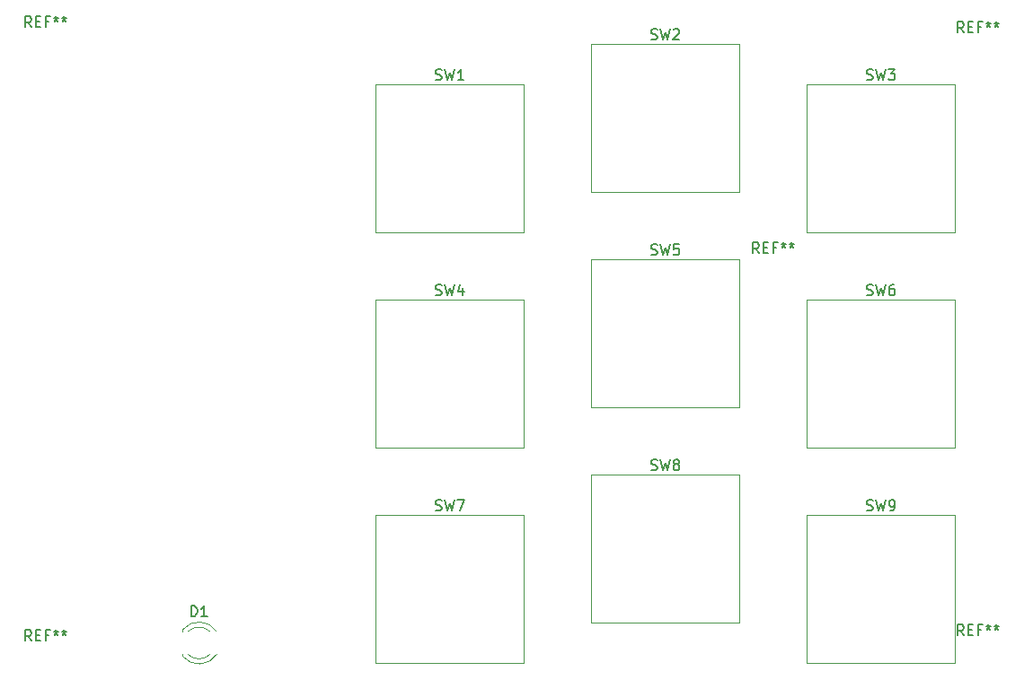
<source format=gbr>
%TF.GenerationSoftware,KiCad,Pcbnew,(5.1.12)-1*%
%TF.CreationDate,2021-12-08T14:13:04+05:30*%
%TF.ProjectId,macropad,6d616372-6f70-4616-942e-6b696361645f,rev?*%
%TF.SameCoordinates,Original*%
%TF.FileFunction,Legend,Top*%
%TF.FilePolarity,Positive*%
%FSLAX46Y46*%
G04 Gerber Fmt 4.6, Leading zero omitted, Abs format (unit mm)*
G04 Created by KiCad (PCBNEW (5.1.12)-1) date 2021-12-08 14:13:04*
%MOMM*%
%LPD*%
G01*
G04 APERTURE LIST*
%ADD10C,0.120000*%
%ADD11C,0.150000*%
G04 APERTURE END LIST*
D10*
%TO.C,D1*%
X81498000Y-112840000D02*
X81498000Y-112996000D01*
X81498000Y-110524000D02*
X81498000Y-110680000D01*
X84730335Y-110681392D02*
G75*
G03*
X81498000Y-110524484I-1672335J-1078608D01*
G01*
X84730335Y-112838608D02*
G75*
G02*
X81498000Y-112995516I-1672335J1078608D01*
G01*
X84099130Y-110680163D02*
G75*
G03*
X82017039Y-110680000I-1041130J-1079837D01*
G01*
X84099130Y-112839837D02*
G75*
G02*
X82017039Y-112840000I-1041130J1079837D01*
G01*
%TO.C,SW1*%
X99695000Y-73025000D02*
X99695000Y-59055000D01*
X113665000Y-73025000D02*
X99695000Y-73025000D01*
X113665000Y-59055000D02*
X113665000Y-73025000D01*
X99695000Y-59055000D02*
X113665000Y-59055000D01*
%TO.C,SW2*%
X120015000Y-55245000D02*
X133985000Y-55245000D01*
X133985000Y-55245000D02*
X133985000Y-69215000D01*
X133985000Y-69215000D02*
X120015000Y-69215000D01*
X120015000Y-69215000D02*
X120015000Y-55245000D01*
%TO.C,SW3*%
X140335000Y-73025000D02*
X140335000Y-59055000D01*
X154305000Y-73025000D02*
X140335000Y-73025000D01*
X154305000Y-59055000D02*
X154305000Y-73025000D01*
X140335000Y-59055000D02*
X154305000Y-59055000D01*
%TO.C,SW4*%
X99695000Y-79375000D02*
X113665000Y-79375000D01*
X113665000Y-79375000D02*
X113665000Y-93345000D01*
X113665000Y-93345000D02*
X99695000Y-93345000D01*
X99695000Y-93345000D02*
X99695000Y-79375000D01*
%TO.C,SW5*%
X120015000Y-89535000D02*
X120015000Y-75565000D01*
X133985000Y-89535000D02*
X120015000Y-89535000D01*
X133985000Y-75565000D02*
X133985000Y-89535000D01*
X120015000Y-75565000D02*
X133985000Y-75565000D01*
%TO.C,SW6*%
X140335000Y-79375000D02*
X154305000Y-79375000D01*
X154305000Y-79375000D02*
X154305000Y-93345000D01*
X154305000Y-93345000D02*
X140335000Y-93345000D01*
X140335000Y-93345000D02*
X140335000Y-79375000D01*
%TO.C,SW7*%
X99695000Y-113665000D02*
X99695000Y-99695000D01*
X113665000Y-113665000D02*
X99695000Y-113665000D01*
X113665000Y-99695000D02*
X113665000Y-113665000D01*
X99695000Y-99695000D02*
X113665000Y-99695000D01*
%TO.C,SW8*%
X120015000Y-95885000D02*
X133985000Y-95885000D01*
X133985000Y-95885000D02*
X133985000Y-109855000D01*
X133985000Y-109855000D02*
X120015000Y-109855000D01*
X120015000Y-109855000D02*
X120015000Y-95885000D01*
%TO.C,SW9*%
X140335000Y-113665000D02*
X140335000Y-99695000D01*
X154305000Y-113665000D02*
X140335000Y-113665000D01*
X154305000Y-99695000D02*
X154305000Y-113665000D01*
X140335000Y-99695000D02*
X154305000Y-99695000D01*
%TO.C,REF\u002A\u002A*%
D11*
X135826666Y-74976380D02*
X135493333Y-74500190D01*
X135255238Y-74976380D02*
X135255238Y-73976380D01*
X135636190Y-73976380D01*
X135731428Y-74024000D01*
X135779047Y-74071619D01*
X135826666Y-74166857D01*
X135826666Y-74309714D01*
X135779047Y-74404952D01*
X135731428Y-74452571D01*
X135636190Y-74500190D01*
X135255238Y-74500190D01*
X136255238Y-74452571D02*
X136588571Y-74452571D01*
X136731428Y-74976380D02*
X136255238Y-74976380D01*
X136255238Y-73976380D01*
X136731428Y-73976380D01*
X137493333Y-74452571D02*
X137160000Y-74452571D01*
X137160000Y-74976380D02*
X137160000Y-73976380D01*
X137636190Y-73976380D01*
X138160000Y-73976380D02*
X138160000Y-74214476D01*
X137921904Y-74119238D02*
X138160000Y-74214476D01*
X138398095Y-74119238D01*
X138017142Y-74404952D02*
X138160000Y-74214476D01*
X138302857Y-74404952D01*
X138921904Y-73976380D02*
X138921904Y-74214476D01*
X138683809Y-74119238D02*
X138921904Y-74214476D01*
X139160000Y-74119238D01*
X138779047Y-74404952D02*
X138921904Y-74214476D01*
X139064761Y-74404952D01*
X67246666Y-53640380D02*
X66913333Y-53164190D01*
X66675238Y-53640380D02*
X66675238Y-52640380D01*
X67056190Y-52640380D01*
X67151428Y-52688000D01*
X67199047Y-52735619D01*
X67246666Y-52830857D01*
X67246666Y-52973714D01*
X67199047Y-53068952D01*
X67151428Y-53116571D01*
X67056190Y-53164190D01*
X66675238Y-53164190D01*
X67675238Y-53116571D02*
X68008571Y-53116571D01*
X68151428Y-53640380D02*
X67675238Y-53640380D01*
X67675238Y-52640380D01*
X68151428Y-52640380D01*
X68913333Y-53116571D02*
X68580000Y-53116571D01*
X68580000Y-53640380D02*
X68580000Y-52640380D01*
X69056190Y-52640380D01*
X69580000Y-52640380D02*
X69580000Y-52878476D01*
X69341904Y-52783238D02*
X69580000Y-52878476D01*
X69818095Y-52783238D01*
X69437142Y-53068952D02*
X69580000Y-52878476D01*
X69722857Y-53068952D01*
X70341904Y-52640380D02*
X70341904Y-52878476D01*
X70103809Y-52783238D02*
X70341904Y-52878476D01*
X70580000Y-52783238D01*
X70199047Y-53068952D02*
X70341904Y-52878476D01*
X70484761Y-53068952D01*
X155130666Y-111044380D02*
X154797333Y-110568190D01*
X154559238Y-111044380D02*
X154559238Y-110044380D01*
X154940190Y-110044380D01*
X155035428Y-110092000D01*
X155083047Y-110139619D01*
X155130666Y-110234857D01*
X155130666Y-110377714D01*
X155083047Y-110472952D01*
X155035428Y-110520571D01*
X154940190Y-110568190D01*
X154559238Y-110568190D01*
X155559238Y-110520571D02*
X155892571Y-110520571D01*
X156035428Y-111044380D02*
X155559238Y-111044380D01*
X155559238Y-110044380D01*
X156035428Y-110044380D01*
X156797333Y-110520571D02*
X156464000Y-110520571D01*
X156464000Y-111044380D02*
X156464000Y-110044380D01*
X156940190Y-110044380D01*
X157464000Y-110044380D02*
X157464000Y-110282476D01*
X157225904Y-110187238D02*
X157464000Y-110282476D01*
X157702095Y-110187238D01*
X157321142Y-110472952D02*
X157464000Y-110282476D01*
X157606857Y-110472952D01*
X158225904Y-110044380D02*
X158225904Y-110282476D01*
X157987809Y-110187238D02*
X158225904Y-110282476D01*
X158464000Y-110187238D01*
X158083047Y-110472952D02*
X158225904Y-110282476D01*
X158368761Y-110472952D01*
X155130666Y-54148380D02*
X154797333Y-53672190D01*
X154559238Y-54148380D02*
X154559238Y-53148380D01*
X154940190Y-53148380D01*
X155035428Y-53196000D01*
X155083047Y-53243619D01*
X155130666Y-53338857D01*
X155130666Y-53481714D01*
X155083047Y-53576952D01*
X155035428Y-53624571D01*
X154940190Y-53672190D01*
X154559238Y-53672190D01*
X155559238Y-53624571D02*
X155892571Y-53624571D01*
X156035428Y-54148380D02*
X155559238Y-54148380D01*
X155559238Y-53148380D01*
X156035428Y-53148380D01*
X156797333Y-53624571D02*
X156464000Y-53624571D01*
X156464000Y-54148380D02*
X156464000Y-53148380D01*
X156940190Y-53148380D01*
X157464000Y-53148380D02*
X157464000Y-53386476D01*
X157225904Y-53291238D02*
X157464000Y-53386476D01*
X157702095Y-53291238D01*
X157321142Y-53576952D02*
X157464000Y-53386476D01*
X157606857Y-53576952D01*
X158225904Y-53148380D02*
X158225904Y-53386476D01*
X157987809Y-53291238D02*
X158225904Y-53386476D01*
X158464000Y-53291238D01*
X158083047Y-53576952D02*
X158225904Y-53386476D01*
X158368761Y-53576952D01*
X67246666Y-111552380D02*
X66913333Y-111076190D01*
X66675238Y-111552380D02*
X66675238Y-110552380D01*
X67056190Y-110552380D01*
X67151428Y-110600000D01*
X67199047Y-110647619D01*
X67246666Y-110742857D01*
X67246666Y-110885714D01*
X67199047Y-110980952D01*
X67151428Y-111028571D01*
X67056190Y-111076190D01*
X66675238Y-111076190D01*
X67675238Y-111028571D02*
X68008571Y-111028571D01*
X68151428Y-111552380D02*
X67675238Y-111552380D01*
X67675238Y-110552380D01*
X68151428Y-110552380D01*
X68913333Y-111028571D02*
X68580000Y-111028571D01*
X68580000Y-111552380D02*
X68580000Y-110552380D01*
X69056190Y-110552380D01*
X69580000Y-110552380D02*
X69580000Y-110790476D01*
X69341904Y-110695238D02*
X69580000Y-110790476D01*
X69818095Y-110695238D01*
X69437142Y-110980952D02*
X69580000Y-110790476D01*
X69722857Y-110980952D01*
X70341904Y-110552380D02*
X70341904Y-110790476D01*
X70103809Y-110695238D02*
X70341904Y-110790476D01*
X70580000Y-110695238D01*
X70199047Y-110980952D02*
X70341904Y-110790476D01*
X70484761Y-110980952D01*
%TO.C,D1*%
X82319904Y-109252380D02*
X82319904Y-108252380D01*
X82558000Y-108252380D01*
X82700857Y-108300000D01*
X82796095Y-108395238D01*
X82843714Y-108490476D01*
X82891333Y-108680952D01*
X82891333Y-108823809D01*
X82843714Y-109014285D01*
X82796095Y-109109523D01*
X82700857Y-109204761D01*
X82558000Y-109252380D01*
X82319904Y-109252380D01*
X83843714Y-109252380D02*
X83272285Y-109252380D01*
X83558000Y-109252380D02*
X83558000Y-108252380D01*
X83462761Y-108395238D01*
X83367523Y-108490476D01*
X83272285Y-108538095D01*
%TO.C,SW1*%
X105346666Y-58570761D02*
X105489523Y-58618380D01*
X105727619Y-58618380D01*
X105822857Y-58570761D01*
X105870476Y-58523142D01*
X105918095Y-58427904D01*
X105918095Y-58332666D01*
X105870476Y-58237428D01*
X105822857Y-58189809D01*
X105727619Y-58142190D01*
X105537142Y-58094571D01*
X105441904Y-58046952D01*
X105394285Y-57999333D01*
X105346666Y-57904095D01*
X105346666Y-57808857D01*
X105394285Y-57713619D01*
X105441904Y-57666000D01*
X105537142Y-57618380D01*
X105775238Y-57618380D01*
X105918095Y-57666000D01*
X106251428Y-57618380D02*
X106489523Y-58618380D01*
X106680000Y-57904095D01*
X106870476Y-58618380D01*
X107108571Y-57618380D01*
X108013333Y-58618380D02*
X107441904Y-58618380D01*
X107727619Y-58618380D02*
X107727619Y-57618380D01*
X107632380Y-57761238D01*
X107537142Y-57856476D01*
X107441904Y-57904095D01*
%TO.C,SW2*%
X125666666Y-54760761D02*
X125809523Y-54808380D01*
X126047619Y-54808380D01*
X126142857Y-54760761D01*
X126190476Y-54713142D01*
X126238095Y-54617904D01*
X126238095Y-54522666D01*
X126190476Y-54427428D01*
X126142857Y-54379809D01*
X126047619Y-54332190D01*
X125857142Y-54284571D01*
X125761904Y-54236952D01*
X125714285Y-54189333D01*
X125666666Y-54094095D01*
X125666666Y-53998857D01*
X125714285Y-53903619D01*
X125761904Y-53856000D01*
X125857142Y-53808380D01*
X126095238Y-53808380D01*
X126238095Y-53856000D01*
X126571428Y-53808380D02*
X126809523Y-54808380D01*
X127000000Y-54094095D01*
X127190476Y-54808380D01*
X127428571Y-53808380D01*
X127761904Y-53903619D02*
X127809523Y-53856000D01*
X127904761Y-53808380D01*
X128142857Y-53808380D01*
X128238095Y-53856000D01*
X128285714Y-53903619D01*
X128333333Y-53998857D01*
X128333333Y-54094095D01*
X128285714Y-54236952D01*
X127714285Y-54808380D01*
X128333333Y-54808380D01*
%TO.C,SW3*%
X145986666Y-58570761D02*
X146129523Y-58618380D01*
X146367619Y-58618380D01*
X146462857Y-58570761D01*
X146510476Y-58523142D01*
X146558095Y-58427904D01*
X146558095Y-58332666D01*
X146510476Y-58237428D01*
X146462857Y-58189809D01*
X146367619Y-58142190D01*
X146177142Y-58094571D01*
X146081904Y-58046952D01*
X146034285Y-57999333D01*
X145986666Y-57904095D01*
X145986666Y-57808857D01*
X146034285Y-57713619D01*
X146081904Y-57666000D01*
X146177142Y-57618380D01*
X146415238Y-57618380D01*
X146558095Y-57666000D01*
X146891428Y-57618380D02*
X147129523Y-58618380D01*
X147320000Y-57904095D01*
X147510476Y-58618380D01*
X147748571Y-57618380D01*
X148034285Y-57618380D02*
X148653333Y-57618380D01*
X148320000Y-57999333D01*
X148462857Y-57999333D01*
X148558095Y-58046952D01*
X148605714Y-58094571D01*
X148653333Y-58189809D01*
X148653333Y-58427904D01*
X148605714Y-58523142D01*
X148558095Y-58570761D01*
X148462857Y-58618380D01*
X148177142Y-58618380D01*
X148081904Y-58570761D01*
X148034285Y-58523142D01*
%TO.C,SW4*%
X105346666Y-78890761D02*
X105489523Y-78938380D01*
X105727619Y-78938380D01*
X105822857Y-78890761D01*
X105870476Y-78843142D01*
X105918095Y-78747904D01*
X105918095Y-78652666D01*
X105870476Y-78557428D01*
X105822857Y-78509809D01*
X105727619Y-78462190D01*
X105537142Y-78414571D01*
X105441904Y-78366952D01*
X105394285Y-78319333D01*
X105346666Y-78224095D01*
X105346666Y-78128857D01*
X105394285Y-78033619D01*
X105441904Y-77986000D01*
X105537142Y-77938380D01*
X105775238Y-77938380D01*
X105918095Y-77986000D01*
X106251428Y-77938380D02*
X106489523Y-78938380D01*
X106680000Y-78224095D01*
X106870476Y-78938380D01*
X107108571Y-77938380D01*
X107918095Y-78271714D02*
X107918095Y-78938380D01*
X107680000Y-77890761D02*
X107441904Y-78605047D01*
X108060952Y-78605047D01*
%TO.C,SW5*%
X125666666Y-75080761D02*
X125809523Y-75128380D01*
X126047619Y-75128380D01*
X126142857Y-75080761D01*
X126190476Y-75033142D01*
X126238095Y-74937904D01*
X126238095Y-74842666D01*
X126190476Y-74747428D01*
X126142857Y-74699809D01*
X126047619Y-74652190D01*
X125857142Y-74604571D01*
X125761904Y-74556952D01*
X125714285Y-74509333D01*
X125666666Y-74414095D01*
X125666666Y-74318857D01*
X125714285Y-74223619D01*
X125761904Y-74176000D01*
X125857142Y-74128380D01*
X126095238Y-74128380D01*
X126238095Y-74176000D01*
X126571428Y-74128380D02*
X126809523Y-75128380D01*
X127000000Y-74414095D01*
X127190476Y-75128380D01*
X127428571Y-74128380D01*
X128285714Y-74128380D02*
X127809523Y-74128380D01*
X127761904Y-74604571D01*
X127809523Y-74556952D01*
X127904761Y-74509333D01*
X128142857Y-74509333D01*
X128238095Y-74556952D01*
X128285714Y-74604571D01*
X128333333Y-74699809D01*
X128333333Y-74937904D01*
X128285714Y-75033142D01*
X128238095Y-75080761D01*
X128142857Y-75128380D01*
X127904761Y-75128380D01*
X127809523Y-75080761D01*
X127761904Y-75033142D01*
%TO.C,SW6*%
X145986666Y-78890761D02*
X146129523Y-78938380D01*
X146367619Y-78938380D01*
X146462857Y-78890761D01*
X146510476Y-78843142D01*
X146558095Y-78747904D01*
X146558095Y-78652666D01*
X146510476Y-78557428D01*
X146462857Y-78509809D01*
X146367619Y-78462190D01*
X146177142Y-78414571D01*
X146081904Y-78366952D01*
X146034285Y-78319333D01*
X145986666Y-78224095D01*
X145986666Y-78128857D01*
X146034285Y-78033619D01*
X146081904Y-77986000D01*
X146177142Y-77938380D01*
X146415238Y-77938380D01*
X146558095Y-77986000D01*
X146891428Y-77938380D02*
X147129523Y-78938380D01*
X147320000Y-78224095D01*
X147510476Y-78938380D01*
X147748571Y-77938380D01*
X148558095Y-77938380D02*
X148367619Y-77938380D01*
X148272380Y-77986000D01*
X148224761Y-78033619D01*
X148129523Y-78176476D01*
X148081904Y-78366952D01*
X148081904Y-78747904D01*
X148129523Y-78843142D01*
X148177142Y-78890761D01*
X148272380Y-78938380D01*
X148462857Y-78938380D01*
X148558095Y-78890761D01*
X148605714Y-78843142D01*
X148653333Y-78747904D01*
X148653333Y-78509809D01*
X148605714Y-78414571D01*
X148558095Y-78366952D01*
X148462857Y-78319333D01*
X148272380Y-78319333D01*
X148177142Y-78366952D01*
X148129523Y-78414571D01*
X148081904Y-78509809D01*
%TO.C,SW7*%
X105346666Y-99210761D02*
X105489523Y-99258380D01*
X105727619Y-99258380D01*
X105822857Y-99210761D01*
X105870476Y-99163142D01*
X105918095Y-99067904D01*
X105918095Y-98972666D01*
X105870476Y-98877428D01*
X105822857Y-98829809D01*
X105727619Y-98782190D01*
X105537142Y-98734571D01*
X105441904Y-98686952D01*
X105394285Y-98639333D01*
X105346666Y-98544095D01*
X105346666Y-98448857D01*
X105394285Y-98353619D01*
X105441904Y-98306000D01*
X105537142Y-98258380D01*
X105775238Y-98258380D01*
X105918095Y-98306000D01*
X106251428Y-98258380D02*
X106489523Y-99258380D01*
X106680000Y-98544095D01*
X106870476Y-99258380D01*
X107108571Y-98258380D01*
X107394285Y-98258380D02*
X108060952Y-98258380D01*
X107632380Y-99258380D01*
%TO.C,SW8*%
X125666666Y-95400761D02*
X125809523Y-95448380D01*
X126047619Y-95448380D01*
X126142857Y-95400761D01*
X126190476Y-95353142D01*
X126238095Y-95257904D01*
X126238095Y-95162666D01*
X126190476Y-95067428D01*
X126142857Y-95019809D01*
X126047619Y-94972190D01*
X125857142Y-94924571D01*
X125761904Y-94876952D01*
X125714285Y-94829333D01*
X125666666Y-94734095D01*
X125666666Y-94638857D01*
X125714285Y-94543619D01*
X125761904Y-94496000D01*
X125857142Y-94448380D01*
X126095238Y-94448380D01*
X126238095Y-94496000D01*
X126571428Y-94448380D02*
X126809523Y-95448380D01*
X127000000Y-94734095D01*
X127190476Y-95448380D01*
X127428571Y-94448380D01*
X127952380Y-94876952D02*
X127857142Y-94829333D01*
X127809523Y-94781714D01*
X127761904Y-94686476D01*
X127761904Y-94638857D01*
X127809523Y-94543619D01*
X127857142Y-94496000D01*
X127952380Y-94448380D01*
X128142857Y-94448380D01*
X128238095Y-94496000D01*
X128285714Y-94543619D01*
X128333333Y-94638857D01*
X128333333Y-94686476D01*
X128285714Y-94781714D01*
X128238095Y-94829333D01*
X128142857Y-94876952D01*
X127952380Y-94876952D01*
X127857142Y-94924571D01*
X127809523Y-94972190D01*
X127761904Y-95067428D01*
X127761904Y-95257904D01*
X127809523Y-95353142D01*
X127857142Y-95400761D01*
X127952380Y-95448380D01*
X128142857Y-95448380D01*
X128238095Y-95400761D01*
X128285714Y-95353142D01*
X128333333Y-95257904D01*
X128333333Y-95067428D01*
X128285714Y-94972190D01*
X128238095Y-94924571D01*
X128142857Y-94876952D01*
%TO.C,SW9*%
X145986666Y-99210761D02*
X146129523Y-99258380D01*
X146367619Y-99258380D01*
X146462857Y-99210761D01*
X146510476Y-99163142D01*
X146558095Y-99067904D01*
X146558095Y-98972666D01*
X146510476Y-98877428D01*
X146462857Y-98829809D01*
X146367619Y-98782190D01*
X146177142Y-98734571D01*
X146081904Y-98686952D01*
X146034285Y-98639333D01*
X145986666Y-98544095D01*
X145986666Y-98448857D01*
X146034285Y-98353619D01*
X146081904Y-98306000D01*
X146177142Y-98258380D01*
X146415238Y-98258380D01*
X146558095Y-98306000D01*
X146891428Y-98258380D02*
X147129523Y-99258380D01*
X147320000Y-98544095D01*
X147510476Y-99258380D01*
X147748571Y-98258380D01*
X148177142Y-99258380D02*
X148367619Y-99258380D01*
X148462857Y-99210761D01*
X148510476Y-99163142D01*
X148605714Y-99020285D01*
X148653333Y-98829809D01*
X148653333Y-98448857D01*
X148605714Y-98353619D01*
X148558095Y-98306000D01*
X148462857Y-98258380D01*
X148272380Y-98258380D01*
X148177142Y-98306000D01*
X148129523Y-98353619D01*
X148081904Y-98448857D01*
X148081904Y-98686952D01*
X148129523Y-98782190D01*
X148177142Y-98829809D01*
X148272380Y-98877428D01*
X148462857Y-98877428D01*
X148558095Y-98829809D01*
X148605714Y-98782190D01*
X148653333Y-98686952D01*
%TD*%
M02*

</source>
